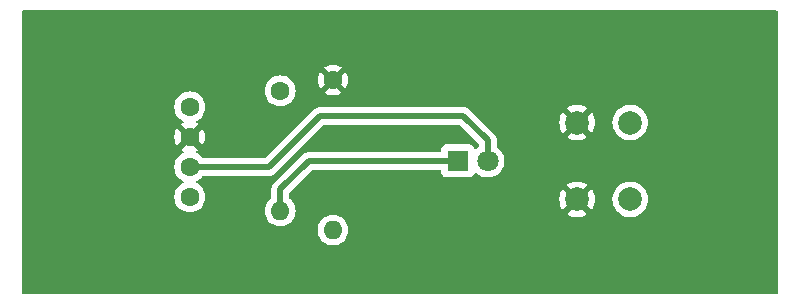
<source format=gbr>
%TF.GenerationSoftware,KiCad,Pcbnew,7.0.2*%
%TF.CreationDate,2023-06-29T18:38:04+09:00*%
%TF.ProjectId,laserpointer,6c617365-7270-46f6-996e-7465722e6b69,rev?*%
%TF.SameCoordinates,Original*%
%TF.FileFunction,Copper,L1,Top*%
%TF.FilePolarity,Positive*%
%FSLAX46Y46*%
G04 Gerber Fmt 4.6, Leading zero omitted, Abs format (unit mm)*
G04 Created by KiCad (PCBNEW 7.0.2) date 2023-06-29 18:38:04*
%MOMM*%
%LPD*%
G01*
G04 APERTURE LIST*
%TA.AperFunction,ComponentPad*%
%ADD10C,2.000000*%
%TD*%
%TA.AperFunction,ComponentPad*%
%ADD11C,1.600000*%
%TD*%
%TA.AperFunction,ComponentPad*%
%ADD12O,1.600000X1.600000*%
%TD*%
%TA.AperFunction,ComponentPad*%
%ADD13R,1.800000X1.800000*%
%TD*%
%TA.AperFunction,ComponentPad*%
%ADD14C,1.800000*%
%TD*%
%TA.AperFunction,Conductor*%
%ADD15C,0.500000*%
%TD*%
G04 APERTURE END LIST*
D10*
%TO.P,SW1,1,1*%
%TO.N,SW*%
X145850000Y-79100000D03*
X145850000Y-72600000D03*
%TO.P,SW1,2,2*%
%TO.N,GND*%
X150350000Y-79100000D03*
X150350000Y-72600000D03*
%TD*%
D11*
%TO.P,330,1*%
%TO.N,GND*%
X120720000Y-69910000D03*
D12*
%TO.P,330,2*%
%TO.N,Net-(D1-K)*%
X120720000Y-80070000D03*
%TD*%
D11*
%TO.P,REF\u002A\u002A,1*%
%TO.N,+5V*%
X113060000Y-78890000D03*
%TO.P,REF\u002A\u002A,2*%
%TO.N,LED*%
X113060000Y-76350000D03*
%TO.P,REF\u002A\u002A,3*%
%TO.N,SW*%
X113060000Y-73810000D03*
%TO.P,REF\u002A\u002A,4*%
%TO.N,GND*%
X113060000Y-71270000D03*
%TD*%
%TO.P,10k,1*%
%TO.N,SW*%
X125180000Y-69000000D03*
D12*
%TO.P,10k,2*%
%TO.N,+5V*%
X125180000Y-81700000D03*
%TD*%
D13*
%TO.P,D1,1,K*%
%TO.N,Net-(D1-K)*%
X135750000Y-75850000D03*
D14*
%TO.P,D1,2,A*%
%TO.N,LED*%
X138290000Y-75850000D03*
%TD*%
D15*
%TO.N,Net-(D1-K)*%
X123120000Y-75850000D02*
X135750000Y-75850000D01*
X120720000Y-80070000D02*
X120720000Y-78250000D01*
X120720000Y-78250000D02*
X123120000Y-75850000D01*
%TO.N,LED*%
X124050000Y-72060000D02*
X124210000Y-72060000D01*
X124210000Y-72060000D02*
X124240000Y-72030000D01*
X119760000Y-76350000D02*
X124050000Y-72060000D01*
X136220000Y-72030000D02*
X138290000Y-74100000D01*
X113060000Y-76350000D02*
X119760000Y-76350000D01*
X138290000Y-74100000D02*
X138290000Y-75850000D01*
X124240000Y-72030000D02*
X136220000Y-72030000D01*
%TD*%
%TA.AperFunction,Conductor*%
%TO.N,SW*%
G36*
X162792539Y-63120185D02*
G01*
X162838294Y-63172989D01*
X162849500Y-63224500D01*
X162849500Y-86975500D01*
X162829815Y-87042539D01*
X162777011Y-87088294D01*
X162725500Y-87099500D01*
X98974500Y-87099500D01*
X98907461Y-87079815D01*
X98861706Y-87027011D01*
X98850500Y-86975500D01*
X98850500Y-81699999D01*
X123874531Y-81699999D01*
X123894364Y-81926689D01*
X123953261Y-82146497D01*
X124049432Y-82352735D01*
X124179953Y-82539140D01*
X124340859Y-82700046D01*
X124527264Y-82830567D01*
X124527265Y-82830567D01*
X124527266Y-82830568D01*
X124733504Y-82926739D01*
X124953308Y-82985635D01*
X125104436Y-82998856D01*
X125179999Y-83005468D01*
X125179999Y-83005467D01*
X125180000Y-83005468D01*
X125406692Y-82985635D01*
X125626496Y-82926739D01*
X125832734Y-82830568D01*
X126019139Y-82700047D01*
X126180047Y-82539139D01*
X126310568Y-82352734D01*
X126406739Y-82146496D01*
X126465635Y-81926692D01*
X126485468Y-81700000D01*
X126465635Y-81473308D01*
X126406739Y-81253504D01*
X126310568Y-81047266D01*
X126213852Y-80909139D01*
X126180046Y-80860859D01*
X126019140Y-80699953D01*
X125832735Y-80569432D01*
X125626497Y-80473261D01*
X125406689Y-80414364D01*
X125179999Y-80394531D01*
X124953310Y-80414364D01*
X124733502Y-80473261D01*
X124527264Y-80569432D01*
X124340859Y-80699953D01*
X124179953Y-80860859D01*
X124049432Y-81047264D01*
X123953261Y-81253502D01*
X123894364Y-81473310D01*
X123874531Y-81699999D01*
X98850500Y-81699999D01*
X98850500Y-78890000D01*
X111754531Y-78890000D01*
X111774364Y-79116689D01*
X111833261Y-79336497D01*
X111929432Y-79542735D01*
X112059953Y-79729140D01*
X112220859Y-79890046D01*
X112407264Y-80020567D01*
X112407265Y-80020567D01*
X112407266Y-80020568D01*
X112613504Y-80116739D01*
X112833308Y-80175635D01*
X113060000Y-80195468D01*
X113286692Y-80175635D01*
X113506496Y-80116739D01*
X113712734Y-80020568D01*
X113899139Y-79890047D01*
X114060047Y-79729139D01*
X114190568Y-79542734D01*
X114286739Y-79336496D01*
X114345635Y-79116692D01*
X114365468Y-78890000D01*
X114345635Y-78663308D01*
X114286739Y-78443504D01*
X114190568Y-78237266D01*
X114185563Y-78230117D01*
X114060046Y-78050859D01*
X113899140Y-77889953D01*
X113712733Y-77759431D01*
X113654725Y-77732382D01*
X113602285Y-77686210D01*
X113583133Y-77619017D01*
X113603348Y-77552135D01*
X113654725Y-77507618D01*
X113712734Y-77480568D01*
X113899139Y-77350047D01*
X114060047Y-77189139D01*
X114085086Y-77153377D01*
X114139664Y-77109752D01*
X114186663Y-77100500D01*
X119696294Y-77100500D01*
X119714264Y-77101809D01*
X119718320Y-77102402D01*
X119738023Y-77105289D01*
X119787368Y-77100972D01*
X119798176Y-77100500D01*
X119800100Y-77100500D01*
X119803709Y-77100500D01*
X119834550Y-77096894D01*
X119838031Y-77096539D01*
X119912797Y-77089999D01*
X119912797Y-77089998D01*
X119914052Y-77089889D01*
X119933062Y-77085674D01*
X119934250Y-77085241D01*
X119934255Y-77085241D01*
X120004820Y-77059557D01*
X120008095Y-77058419D01*
X120079334Y-77034814D01*
X120079336Y-77034812D01*
X120080536Y-77034415D01*
X120098063Y-77025929D01*
X120099112Y-77025238D01*
X120099117Y-77025237D01*
X120161806Y-76984005D01*
X120164798Y-76982099D01*
X120228656Y-76942712D01*
X120228656Y-76942711D01*
X120229729Y-76942050D01*
X120244824Y-76929753D01*
X120245692Y-76928832D01*
X120245696Y-76928830D01*
X120297185Y-76874253D01*
X120299631Y-76871735D01*
X124352035Y-72819330D01*
X124397309Y-72790489D01*
X124404218Y-72787974D01*
X124446620Y-72780500D01*
X135857770Y-72780500D01*
X135924809Y-72800185D01*
X135945451Y-72816819D01*
X137503181Y-74374549D01*
X137536666Y-74435872D01*
X137539500Y-74462230D01*
X137539500Y-74598802D01*
X137519815Y-74665841D01*
X137491663Y-74696654D01*
X137477512Y-74707669D01*
X137338213Y-74816089D01*
X137329863Y-74825160D01*
X137269975Y-74861148D01*
X137200137Y-74859046D01*
X137142522Y-74819520D01*
X137122455Y-74784510D01*
X137093796Y-74707669D01*
X137007546Y-74592454D01*
X136892331Y-74506204D01*
X136757483Y-74455909D01*
X136697873Y-74449500D01*
X136694550Y-74449500D01*
X134805439Y-74449500D01*
X134805420Y-74449500D01*
X134802128Y-74449501D01*
X134798848Y-74449853D01*
X134798840Y-74449854D01*
X134742515Y-74455909D01*
X134607669Y-74506204D01*
X134492454Y-74592454D01*
X134406204Y-74707668D01*
X134355909Y-74842516D01*
X134350909Y-74889026D01*
X134349500Y-74902127D01*
X134349500Y-74905448D01*
X134349500Y-74905449D01*
X134349500Y-74975500D01*
X134329815Y-75042539D01*
X134277011Y-75088294D01*
X134225500Y-75099500D01*
X123183707Y-75099500D01*
X123165738Y-75098191D01*
X123141977Y-75094711D01*
X123092631Y-75099028D01*
X123081824Y-75099500D01*
X123076291Y-75099500D01*
X123072730Y-75099916D01*
X123072715Y-75099917D01*
X123045501Y-75103098D01*
X123041916Y-75103464D01*
X122965961Y-75110109D01*
X122946921Y-75114330D01*
X122875232Y-75140421D01*
X122871831Y-75141603D01*
X122799474Y-75165580D01*
X122781927Y-75174075D01*
X122718221Y-75215975D01*
X122715181Y-75217912D01*
X122650280Y-75257944D01*
X122635164Y-75270257D01*
X122582831Y-75325726D01*
X122580319Y-75328312D01*
X120234358Y-77674272D01*
X120220727Y-77686053D01*
X120201468Y-77700391D01*
X120169635Y-77738328D01*
X120162338Y-77746292D01*
X120160972Y-77747657D01*
X120160950Y-77747681D01*
X120158409Y-77750223D01*
X120156173Y-77753050D01*
X120156171Y-77753053D01*
X120139176Y-77774546D01*
X120136902Y-77777337D01*
X120087894Y-77835744D01*
X120077418Y-77852187D01*
X120045192Y-77921294D01*
X120043622Y-77924536D01*
X120009393Y-77992692D01*
X120002996Y-78011098D01*
X119987573Y-78085788D01*
X119986793Y-78089305D01*
X119969208Y-78163506D01*
X119967229Y-78182882D01*
X119969447Y-78259128D01*
X119969499Y-78262733D01*
X119969499Y-78943336D01*
X119949814Y-79010375D01*
X119916626Y-79044909D01*
X119880858Y-79069955D01*
X119719953Y-79230860D01*
X119589432Y-79417264D01*
X119493261Y-79623502D01*
X119434364Y-79843310D01*
X119414531Y-80070000D01*
X119434364Y-80296689D01*
X119493261Y-80516497D01*
X119589432Y-80722735D01*
X119719953Y-80909140D01*
X119880859Y-81070046D01*
X120067264Y-81200567D01*
X120067265Y-81200567D01*
X120067266Y-81200568D01*
X120273504Y-81296739D01*
X120493308Y-81355635D01*
X120720000Y-81375468D01*
X120946692Y-81355635D01*
X121166496Y-81296739D01*
X121372734Y-81200568D01*
X121559139Y-81070047D01*
X121720047Y-80909139D01*
X121850568Y-80722734D01*
X121946739Y-80516496D01*
X122005635Y-80296692D01*
X122025468Y-80070000D01*
X122005635Y-79843308D01*
X121946739Y-79623504D01*
X121850568Y-79417266D01*
X121794013Y-79336497D01*
X121720046Y-79230860D01*
X121589185Y-79099999D01*
X144344858Y-79099999D01*
X144365386Y-79347732D01*
X144426413Y-79588721D01*
X144526268Y-79816370D01*
X144626563Y-79969882D01*
X144626564Y-79969882D01*
X145324070Y-79272375D01*
X145326884Y-79285915D01*
X145396442Y-79420156D01*
X145499638Y-79530652D01*
X145628819Y-79609209D01*
X145680002Y-79623549D01*
X144979942Y-80323609D01*
X144979942Y-80323610D01*
X145026766Y-80360055D01*
X145245393Y-80478368D01*
X145480506Y-80559083D01*
X145725707Y-80600000D01*
X145974293Y-80600000D01*
X146219493Y-80559083D01*
X146454606Y-80478368D01*
X146673233Y-80360053D01*
X146720056Y-80323609D01*
X146021568Y-79625121D01*
X146138458Y-79574349D01*
X146255739Y-79478934D01*
X146342928Y-79355415D01*
X146373354Y-79269802D01*
X147073434Y-79969882D01*
X147173730Y-79816369D01*
X147273586Y-79588721D01*
X147334613Y-79347732D01*
X147355141Y-79099999D01*
X148844356Y-79099999D01*
X148864891Y-79347816D01*
X148864891Y-79347819D01*
X148864892Y-79347821D01*
X148925937Y-79588881D01*
X148970960Y-79691523D01*
X149025825Y-79816604D01*
X149025827Y-79816607D01*
X149161836Y-80024785D01*
X149330256Y-80207738D01*
X149330259Y-80207740D01*
X149526485Y-80360470D01*
X149526487Y-80360471D01*
X149526491Y-80360474D01*
X149745190Y-80478828D01*
X149980386Y-80559571D01*
X150225665Y-80600500D01*
X150474335Y-80600500D01*
X150719614Y-80559571D01*
X150954810Y-80478828D01*
X151173509Y-80360474D01*
X151369744Y-80207738D01*
X151538164Y-80024785D01*
X151674173Y-79816607D01*
X151774063Y-79588881D01*
X151835108Y-79347821D01*
X151855643Y-79100000D01*
X151835108Y-78852179D01*
X151774063Y-78611119D01*
X151674173Y-78383393D01*
X151538164Y-78175215D01*
X151369744Y-77992262D01*
X151280682Y-77922942D01*
X151173514Y-77839529D01*
X151173510Y-77839526D01*
X151173509Y-77839526D01*
X150954810Y-77721172D01*
X150954806Y-77721170D01*
X150954805Y-77721170D01*
X150719615Y-77640429D01*
X150474335Y-77599500D01*
X150225665Y-77599500D01*
X149980384Y-77640429D01*
X149745194Y-77721170D01*
X149745190Y-77721171D01*
X149745190Y-77721172D01*
X149686279Y-77753053D01*
X149526485Y-77839529D01*
X149330259Y-77992259D01*
X149330256Y-77992261D01*
X149330256Y-77992262D01*
X149161836Y-78175215D01*
X149125968Y-78230116D01*
X149025825Y-78383395D01*
X148945984Y-78565416D01*
X148925937Y-78611119D01*
X148891667Y-78746447D01*
X148864891Y-78852183D01*
X148844356Y-79099999D01*
X147355141Y-79099999D01*
X147334613Y-78852267D01*
X147273586Y-78611278D01*
X147173730Y-78383630D01*
X147073434Y-78230116D01*
X146375929Y-78927622D01*
X146373116Y-78914085D01*
X146303558Y-78779844D01*
X146200362Y-78669348D01*
X146071181Y-78590791D01*
X146019997Y-78576450D01*
X146720057Y-77876390D01*
X146720056Y-77876388D01*
X146673235Y-77839947D01*
X146454606Y-77721631D01*
X146219493Y-77640916D01*
X145974293Y-77600000D01*
X145725707Y-77600000D01*
X145480506Y-77640916D01*
X145245393Y-77721631D01*
X145026764Y-77839946D01*
X144979942Y-77876388D01*
X144979942Y-77876390D01*
X145678431Y-78574878D01*
X145561542Y-78625651D01*
X145444261Y-78721066D01*
X145357072Y-78844585D01*
X145326645Y-78930196D01*
X144626564Y-78230117D01*
X144526266Y-78383634D01*
X144426413Y-78611278D01*
X144365386Y-78852267D01*
X144344858Y-79099999D01*
X121589185Y-79099999D01*
X121559139Y-79069953D01*
X121523374Y-79044909D01*
X121479751Y-78990331D01*
X121470500Y-78943336D01*
X121470500Y-78612228D01*
X121490185Y-78545189D01*
X121506814Y-78524552D01*
X123394547Y-76636819D01*
X123455871Y-76603334D01*
X123482229Y-76600500D01*
X134225501Y-76600500D01*
X134292540Y-76620185D01*
X134338295Y-76672989D01*
X134349501Y-76724500D01*
X134349501Y-76797872D01*
X134355909Y-76857483D01*
X134406204Y-76992331D01*
X134492454Y-77107546D01*
X134607669Y-77193796D01*
X134742517Y-77244091D01*
X134802127Y-77250500D01*
X136697872Y-77250499D01*
X136757483Y-77244091D01*
X136892331Y-77193796D01*
X137007546Y-77107546D01*
X137093796Y-76992331D01*
X137122455Y-76915491D01*
X137164325Y-76859559D01*
X137229789Y-76835141D01*
X137298062Y-76849992D01*
X137329864Y-76874840D01*
X137338216Y-76883913D01*
X137521374Y-77026470D01*
X137725497Y-77136936D01*
X137835258Y-77174617D01*
X137945015Y-77212297D01*
X137945017Y-77212297D01*
X137945019Y-77212298D01*
X138173951Y-77250500D01*
X138173952Y-77250500D01*
X138406048Y-77250500D01*
X138406049Y-77250500D01*
X138634981Y-77212298D01*
X138854503Y-77136936D01*
X139058626Y-77026470D01*
X139241784Y-76883913D01*
X139398979Y-76713153D01*
X139525924Y-76518849D01*
X139619157Y-76306300D01*
X139676134Y-76081305D01*
X139695300Y-75850000D01*
X139676134Y-75618695D01*
X139619157Y-75393700D01*
X139525924Y-75181151D01*
X139398979Y-74986847D01*
X139241784Y-74816087D01*
X139088337Y-74696655D01*
X139047525Y-74639945D01*
X139040500Y-74598802D01*
X139040500Y-74163705D01*
X139041809Y-74145735D01*
X139041961Y-74144691D01*
X139045289Y-74121977D01*
X139040972Y-74072629D01*
X139040500Y-74061823D01*
X139040500Y-74059901D01*
X139040500Y-74056291D01*
X139036903Y-74025520D01*
X139036536Y-74021929D01*
X139036021Y-74016046D01*
X139029999Y-73947203D01*
X139029998Y-73947201D01*
X139029889Y-73945949D01*
X139025672Y-73926930D01*
X138999592Y-73855274D01*
X138998408Y-73851868D01*
X138974417Y-73779468D01*
X138965929Y-73761936D01*
X138965237Y-73760884D01*
X138965237Y-73760883D01*
X138923999Y-73698184D01*
X138922087Y-73695181D01*
X138882050Y-73630270D01*
X138869750Y-73615172D01*
X138814290Y-73562848D01*
X138811703Y-73560335D01*
X137851367Y-72599999D01*
X144344858Y-72599999D01*
X144365386Y-72847732D01*
X144426413Y-73088721D01*
X144526268Y-73316370D01*
X144626563Y-73469882D01*
X144626564Y-73469882D01*
X145324070Y-72772375D01*
X145326884Y-72785915D01*
X145396442Y-72920156D01*
X145499638Y-73030652D01*
X145628819Y-73109209D01*
X145680002Y-73123549D01*
X144979942Y-73823609D01*
X144979942Y-73823610D01*
X145026766Y-73860055D01*
X145245393Y-73978368D01*
X145480506Y-74059083D01*
X145725707Y-74100000D01*
X145974293Y-74100000D01*
X146219493Y-74059083D01*
X146454606Y-73978368D01*
X146673233Y-73860053D01*
X146720056Y-73823609D01*
X146021568Y-73125121D01*
X146138458Y-73074349D01*
X146255739Y-72978934D01*
X146342928Y-72855415D01*
X146373354Y-72769802D01*
X147073434Y-73469882D01*
X147173730Y-73316369D01*
X147273586Y-73088721D01*
X147334613Y-72847732D01*
X147355141Y-72600000D01*
X148844356Y-72600000D01*
X148864891Y-72847816D01*
X148864891Y-72847819D01*
X148864892Y-72847821D01*
X148925937Y-73088881D01*
X148956043Y-73157515D01*
X149025825Y-73316604D01*
X149025827Y-73316607D01*
X149161836Y-73524785D01*
X149330256Y-73707738D01*
X149330259Y-73707740D01*
X149526485Y-73860470D01*
X149526487Y-73860471D01*
X149526491Y-73860474D01*
X149745190Y-73978828D01*
X149980386Y-74059571D01*
X150225665Y-74100500D01*
X150474335Y-74100500D01*
X150719614Y-74059571D01*
X150954810Y-73978828D01*
X151173509Y-73860474D01*
X151369744Y-73707738D01*
X151538164Y-73524785D01*
X151674173Y-73316607D01*
X151774063Y-73088881D01*
X151835108Y-72847821D01*
X151855643Y-72600000D01*
X151835108Y-72352179D01*
X151774063Y-72111119D01*
X151674173Y-71883393D01*
X151538164Y-71675215D01*
X151369744Y-71492262D01*
X151338499Y-71467943D01*
X151173514Y-71339529D01*
X151173510Y-71339526D01*
X151173509Y-71339526D01*
X150954810Y-71221172D01*
X150954806Y-71221170D01*
X150954805Y-71221170D01*
X150719615Y-71140429D01*
X150474335Y-71099500D01*
X150225665Y-71099500D01*
X149980384Y-71140429D01*
X149745194Y-71221170D01*
X149526485Y-71339529D01*
X149330259Y-71492259D01*
X149330256Y-71492261D01*
X149330256Y-71492262D01*
X149161837Y-71675214D01*
X149025825Y-71883395D01*
X148952746Y-72050000D01*
X148925937Y-72111119D01*
X148885691Y-72270046D01*
X148864891Y-72352183D01*
X148844356Y-72600000D01*
X147355141Y-72600000D01*
X147355141Y-72599999D01*
X147334613Y-72352267D01*
X147273586Y-72111278D01*
X147173730Y-71883630D01*
X147073434Y-71730116D01*
X146375929Y-72427622D01*
X146373116Y-72414085D01*
X146303558Y-72279844D01*
X146200362Y-72169348D01*
X146071181Y-72090791D01*
X146019995Y-72076449D01*
X146720056Y-71376389D01*
X146720056Y-71376387D01*
X146673235Y-71339947D01*
X146454606Y-71221631D01*
X146219493Y-71140916D01*
X145974293Y-71100000D01*
X145725707Y-71100000D01*
X145480506Y-71140916D01*
X145245393Y-71221631D01*
X145026764Y-71339946D01*
X144979942Y-71376388D01*
X144979941Y-71376389D01*
X145678431Y-72074878D01*
X145561542Y-72125651D01*
X145444261Y-72221066D01*
X145357072Y-72344585D01*
X145326645Y-72430196D01*
X144626564Y-71730117D01*
X144526266Y-71883634D01*
X144426413Y-72111278D01*
X144365386Y-72352267D01*
X144344858Y-72599999D01*
X137851367Y-72599999D01*
X136795728Y-71544360D01*
X136783946Y-71530727D01*
X136769609Y-71511469D01*
X136731666Y-71479631D01*
X136723691Y-71472323D01*
X136722329Y-71470961D01*
X136719777Y-71468409D01*
X136695444Y-71449169D01*
X136692647Y-71446890D01*
X136634251Y-71397890D01*
X136617821Y-71387422D01*
X136548691Y-71355186D01*
X136545447Y-71353615D01*
X136477306Y-71319394D01*
X136458903Y-71312997D01*
X136443992Y-71309918D01*
X136384206Y-71297572D01*
X136380692Y-71296794D01*
X136306490Y-71279208D01*
X136287121Y-71277229D01*
X136210869Y-71279448D01*
X136207263Y-71279500D01*
X124303706Y-71279500D01*
X124285736Y-71278191D01*
X124271853Y-71276157D01*
X124261977Y-71274711D01*
X124261976Y-71274711D01*
X124212634Y-71279028D01*
X124201827Y-71279500D01*
X124196291Y-71279500D01*
X124192730Y-71279916D01*
X124192715Y-71279917D01*
X124165484Y-71283100D01*
X124161900Y-71283466D01*
X124085950Y-71290111D01*
X124066925Y-71294328D01*
X124045233Y-71302224D01*
X124010041Y-71309491D01*
X124009886Y-71309500D01*
X124006291Y-71309500D01*
X124002722Y-71309917D01*
X124002706Y-71309918D01*
X123975487Y-71313099D01*
X123971906Y-71313465D01*
X123895952Y-71320111D01*
X123876926Y-71324329D01*
X123805245Y-71350417D01*
X123801842Y-71351600D01*
X123729474Y-71375580D01*
X123711927Y-71384076D01*
X123648236Y-71425965D01*
X123645196Y-71427902D01*
X123580280Y-71467943D01*
X123565165Y-71480255D01*
X123512848Y-71535708D01*
X123510336Y-71538294D01*
X119485451Y-75563181D01*
X119424128Y-75596666D01*
X119397770Y-75599500D01*
X114186663Y-75599500D01*
X114119624Y-75579815D01*
X114085088Y-75546623D01*
X114060046Y-75510859D01*
X113899140Y-75349953D01*
X113712736Y-75219433D01*
X113705320Y-75215975D01*
X113654132Y-75192105D01*
X113601695Y-75145933D01*
X113582543Y-75078739D01*
X113602759Y-75011858D01*
X113654135Y-74967342D01*
X113712479Y-74940136D01*
X113785472Y-74889025D01*
X113104401Y-74207953D01*
X113185148Y-74195165D01*
X113298045Y-74137641D01*
X113387641Y-74048045D01*
X113445165Y-73935148D01*
X113457953Y-73854400D01*
X114139025Y-74535472D01*
X114190134Y-74462480D01*
X114286266Y-74256326D01*
X114345141Y-74036602D01*
X114364966Y-73810000D01*
X114345141Y-73583397D01*
X114286266Y-73363673D01*
X114190133Y-73157515D01*
X114139025Y-73084526D01*
X113457953Y-73765598D01*
X113445165Y-73684852D01*
X113387641Y-73571955D01*
X113298045Y-73482359D01*
X113185148Y-73424835D01*
X113104400Y-73412046D01*
X113785472Y-72730974D01*
X113785471Y-72730972D01*
X113712485Y-72679867D01*
X113654133Y-72652657D01*
X113601694Y-72606484D01*
X113582543Y-72539290D01*
X113602759Y-72472409D01*
X113654134Y-72427893D01*
X113712734Y-72400568D01*
X113899139Y-72270047D01*
X114060047Y-72109139D01*
X114190568Y-71922734D01*
X114286739Y-71716496D01*
X114345635Y-71496692D01*
X114365468Y-71270000D01*
X114345635Y-71043308D01*
X114286739Y-70823504D01*
X114190568Y-70617266D01*
X114152386Y-70562735D01*
X114060046Y-70430859D01*
X113899140Y-70269953D01*
X113712735Y-70139432D01*
X113506497Y-70043261D01*
X113286689Y-69984364D01*
X113059999Y-69964531D01*
X112833310Y-69984364D01*
X112613502Y-70043261D01*
X112407264Y-70139432D01*
X112220859Y-70269953D01*
X112059953Y-70430859D01*
X111929432Y-70617264D01*
X111833261Y-70823502D01*
X111774364Y-71043310D01*
X111754531Y-71270000D01*
X111774364Y-71496689D01*
X111833261Y-71716497D01*
X111929432Y-71922735D01*
X112059953Y-72109140D01*
X112220859Y-72270046D01*
X112407264Y-72400567D01*
X112407265Y-72400567D01*
X112407266Y-72400568D01*
X112465865Y-72427893D01*
X112518304Y-72474065D01*
X112537456Y-72541259D01*
X112517240Y-72608140D01*
X112465865Y-72652657D01*
X112407517Y-72679865D01*
X112334527Y-72730973D01*
X112334526Y-72730973D01*
X113015600Y-73412046D01*
X112934852Y-73424835D01*
X112821955Y-73482359D01*
X112732359Y-73571955D01*
X112674835Y-73684852D01*
X112662046Y-73765599D01*
X111980973Y-73084526D01*
X111980973Y-73084527D01*
X111929865Y-73157516D01*
X111833733Y-73363672D01*
X111774858Y-73583397D01*
X111755033Y-73810000D01*
X111774858Y-74036602D01*
X111833733Y-74256326D01*
X111929866Y-74462484D01*
X111980972Y-74535471D01*
X111980974Y-74535472D01*
X112662046Y-73854399D01*
X112674835Y-73935148D01*
X112732359Y-74048045D01*
X112821955Y-74137641D01*
X112934852Y-74195165D01*
X113015599Y-74207953D01*
X112334526Y-74889025D01*
X112334526Y-74889026D01*
X112407515Y-74940133D01*
X112465865Y-74967342D01*
X112518304Y-75013514D01*
X112537456Y-75080708D01*
X112517240Y-75147589D01*
X112465866Y-75192105D01*
X112407267Y-75219430D01*
X112220859Y-75349953D01*
X112059953Y-75510859D01*
X111929432Y-75697264D01*
X111833261Y-75903502D01*
X111774364Y-76123310D01*
X111754531Y-76349999D01*
X111774364Y-76576689D01*
X111833261Y-76796497D01*
X111929432Y-77002735D01*
X112059953Y-77189140D01*
X112220859Y-77350046D01*
X112407263Y-77480566D01*
X112407266Y-77480568D01*
X112465275Y-77507618D01*
X112517714Y-77553791D01*
X112536865Y-77620985D01*
X112516649Y-77687866D01*
X112465275Y-77732381D01*
X112444576Y-77742033D01*
X112407263Y-77759433D01*
X112220859Y-77889953D01*
X112059953Y-78050859D01*
X111929432Y-78237264D01*
X111833261Y-78443502D01*
X111774364Y-78663310D01*
X111754531Y-78890000D01*
X98850500Y-78890000D01*
X98850500Y-69909999D01*
X119414531Y-69909999D01*
X119434364Y-70136689D01*
X119493261Y-70356497D01*
X119589432Y-70562735D01*
X119719953Y-70749140D01*
X119880859Y-70910046D01*
X120067264Y-71040567D01*
X120067265Y-71040567D01*
X120067266Y-71040568D01*
X120273504Y-71136739D01*
X120493308Y-71195635D01*
X120644435Y-71208857D01*
X120719999Y-71215468D01*
X120719999Y-71215467D01*
X120720000Y-71215468D01*
X120946692Y-71195635D01*
X121166496Y-71136739D01*
X121372734Y-71040568D01*
X121559139Y-70910047D01*
X121720047Y-70749139D01*
X121850568Y-70562734D01*
X121946739Y-70356496D01*
X122005635Y-70136692D01*
X122025468Y-69910000D01*
X122005635Y-69683308D01*
X121946739Y-69463504D01*
X121850568Y-69257266D01*
X121837110Y-69238045D01*
X121720046Y-69070859D01*
X121649187Y-69000000D01*
X123875033Y-69000000D01*
X123894858Y-69226602D01*
X123953733Y-69446326D01*
X124049866Y-69652484D01*
X124100972Y-69725471D01*
X124100974Y-69725472D01*
X124782046Y-69044399D01*
X124794835Y-69125148D01*
X124852359Y-69238045D01*
X124941955Y-69327641D01*
X125054852Y-69385165D01*
X125135599Y-69397953D01*
X124454526Y-70079025D01*
X124454526Y-70079026D01*
X124527515Y-70130133D01*
X124733673Y-70226266D01*
X124953397Y-70285141D01*
X125180000Y-70304966D01*
X125406602Y-70285141D01*
X125626326Y-70226266D01*
X125832480Y-70130134D01*
X125905472Y-70079025D01*
X125224401Y-69397953D01*
X125305148Y-69385165D01*
X125418045Y-69327641D01*
X125507641Y-69238045D01*
X125565165Y-69125148D01*
X125577953Y-69044400D01*
X126259025Y-69725472D01*
X126310134Y-69652480D01*
X126406266Y-69446326D01*
X126465141Y-69226602D01*
X126484966Y-69000000D01*
X126465141Y-68773397D01*
X126406266Y-68553673D01*
X126310133Y-68347515D01*
X126259025Y-68274526D01*
X125577953Y-68955598D01*
X125565165Y-68874852D01*
X125507641Y-68761955D01*
X125418045Y-68672359D01*
X125305148Y-68614835D01*
X125224400Y-68602046D01*
X125905472Y-67920974D01*
X125905471Y-67920972D01*
X125832484Y-67869866D01*
X125626326Y-67773733D01*
X125406602Y-67714858D01*
X125180000Y-67695033D01*
X124953397Y-67714858D01*
X124733672Y-67773733D01*
X124527516Y-67869865D01*
X124454527Y-67920973D01*
X124454526Y-67920973D01*
X125135600Y-68602046D01*
X125054852Y-68614835D01*
X124941955Y-68672359D01*
X124852359Y-68761955D01*
X124794835Y-68874852D01*
X124782046Y-68955599D01*
X124100973Y-68274526D01*
X124100973Y-68274527D01*
X124049865Y-68347516D01*
X123953733Y-68553672D01*
X123894858Y-68773397D01*
X123875033Y-69000000D01*
X121649187Y-69000000D01*
X121559140Y-68909953D01*
X121372735Y-68779432D01*
X121166497Y-68683261D01*
X120946689Y-68624364D01*
X120719999Y-68604531D01*
X120493310Y-68624364D01*
X120273502Y-68683261D01*
X120067264Y-68779432D01*
X119880859Y-68909953D01*
X119719953Y-69070859D01*
X119589432Y-69257264D01*
X119493261Y-69463502D01*
X119434364Y-69683310D01*
X119414531Y-69909999D01*
X98850500Y-69909999D01*
X98850500Y-63224500D01*
X98870185Y-63157461D01*
X98922989Y-63111706D01*
X98974500Y-63100500D01*
X162725500Y-63100500D01*
X162792539Y-63120185D01*
G37*
%TD.AperFunction*%
%TD*%
M02*

</source>
